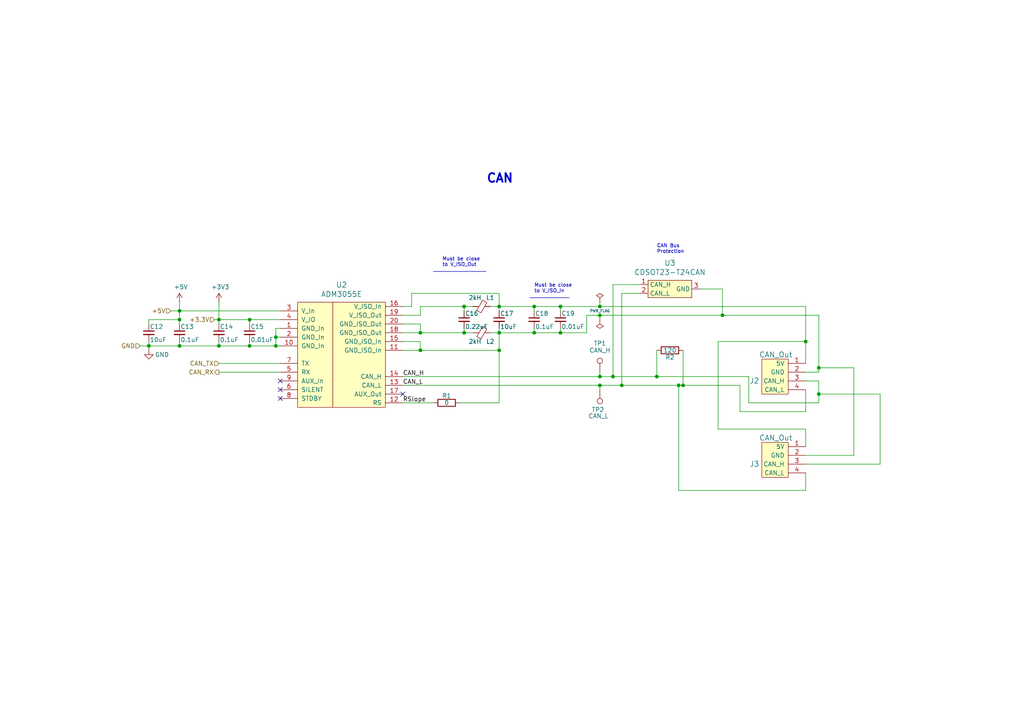
<source format=kicad_sch>
(kicad_sch (version 20230121) (generator eeschema)
  (paper "A4")
  (lib_symbols
    (symbol "Connector:TestPoint" (pin_numbers hide) (pin_names (offset 0.762) hide)
      (property "Reference" "TP" (at 0 6.858 0))
      (property "Value" "TestPoint" (at 0 5.08 0))
      (symbol "TestPoint_0_1"
        (circle (center 0 3.302) (radius 0.762))
      )
      (symbol "TestPoint_1_1"
        (pin passive line (at 0 0 90) (length 2.54) (name "1") (number "1"))
      )
    )
    (symbol "Device:C_Small" (pin_numbers hide) (pin_names (offset 0.254) hide)
      (property "Reference" "C" (at 0.254 1.778 0))
      (property "Value" "C_Small" (at 0.254 -2.032 0))
      (symbol "C_Small_0_1"
        (polyline (pts (xy -1.524 -0.508) (xy 1.524 -0.508)) (stroke (width 0.3302)))
        (polyline (pts (xy -1.524 0.508) (xy 1.524 0.508)) (stroke (width 0.3048)))
      )
      (symbol "C_Small_1_1"
        (pin passive line (at 0 2.54 270) (length 2.032) (name "~") (number "1"))
        (pin passive line (at 0 -2.54 90) (length 2.032) (name "~") (number "2"))
      )
    )
    (symbol "Device:R" (pin_numbers hide) (pin_names (offset 0))
      (property "Reference" "R" (at 2.032 0 90))
      (property "Value" "R" (at 0 0 90))
      (symbol "R_0_1"
        (rectangle (start -1.016 -2.54) (end 1.016 2.54) (stroke (width 0.254)))
      )
      (symbol "R_1_1"
        (pin passive line (at 0 3.81 270) (length 1.27) (name "~") (number "1"))
        (pin passive line (at 0 -3.81 90) (length 1.27) (name "~") (number "2"))
      )
    )
    (symbol "Power-SupplementalMonitoringPCB-rescue:+3.3V-power" (power) (pin_names (offset 0))
      (property "Value" "+3.3V-power" (at 0 3.556 0))
      (symbol "+3.3V-power_0_1"
        (polyline (pts (xy -0.762 1.27) (xy 0 2.54)))
        (polyline (pts (xy 0 0) (xy 0 2.54)))
        (polyline (pts (xy 0 2.54) (xy 0.762 1.27)))
      )
      (symbol "+3.3V-power_1_1"
        (pin power_in line (at 0 0 90) (length 0) hide (name "+3V3") (number "1"))
      )
    )
    (symbol "Power-SupplementalMonitoringPCB-rescue:ADM3055E-utsvt-chips" (pin_names (offset 1.016))
      (property "Reference" "U" (at 0 16.51 0))
      (property "Value" "utsvt-chips_ADM3055E" (at 5.08 -2.54 0))
      (symbol "ADM3055E-utsvt-chips_0_1"
        (rectangle (start -12.7 15.24) (end 12.7 -15.24) (fill (type background)))
        (polyline (pts (xy -2.54 15.24) (xy -2.54 -15.24)))
      )
      (symbol "ADM3055E-utsvt-chips_1_1"
        (pin power_in line (at -17.78 7.62 0) (length 5.08) (name "GND_In") (number "1"))
        (pin power_in line (at -17.78 2.54 0) (length 5.08) (name "GND_In") (number "10"))
        (pin power_in line (at 17.78 1.27 180) (length 5.08) (name "GND_ISO_In") (number "11"))
        (pin input line (at 17.78 -13.97 180) (length 5.08) (name "RS") (number "12"))
        (pin bidirectional line (at 17.78 -8.89 180) (length 5.08) (name "CAN_L") (number "13"))
        (pin bidirectional line (at 17.78 -6.35 180) (length 5.08) (name "CAN_H") (number "14"))
        (pin power_in line (at 17.78 3.81 180) (length 5.08) (name "GND_ISO_In") (number "15"))
        (pin power_in line (at 17.78 13.97 180) (length 5.08) (name "V_ISO_In") (number "16"))
        (pin output line (at 17.78 -11.43 180) (length 5.08) (name "AUX_Out") (number "17"))
        (pin power_out line (at 17.78 6.35 180) (length 5.08) (name "GND_ISO_Out") (number "18"))
        (pin power_out line (at 17.78 11.43 180) (length 5.08) (name "V_ISO_Out") (number "19"))
        (pin power_in line (at -17.78 5.08 0) (length 5.08) (name "GND_In") (number "2"))
        (pin power_out line (at 17.78 8.89 180) (length 5.08) (name "GND_ISO_Out") (number "20"))
        (pin power_in line (at -17.78 12.7 0) (length 5.08) (name "V_In") (number "3"))
        (pin power_in line (at -17.78 10.16 0) (length 5.08) (name "V_IO") (number "4"))
        (pin output line (at -17.78 -5.08 0) (length 5.08) (name "RX") (number "5"))
        (pin input line (at -17.78 -10.16 0) (length 5.08) (name "SILENT") (number "6"))
        (pin input line (at -17.78 -2.54 0) (length 5.08) (name "TX") (number "7"))
        (pin input line (at -17.78 -12.7 0) (length 5.08) (name "STDBY") (number "8"))
        (pin input line (at -17.78 -7.62 0) (length 5.08) (name "AUX_In") (number "9"))
      )
    )
    (symbol "Power-SupplementalMonitoringPCB-rescue:CANConnector-utsvt-connectors" (pin_names (offset 1.016))
      (property "Reference" "J" (at 0 -6.35 0))
      (property "Value" "utsvt-connectors_CANConnector" (at 0 6.35 0))
      (symbol "CANConnector-utsvt-connectors_0_1"
        (rectangle (start 3.81 5.08) (end -3.81 -5.08) (fill (type background)))
      )
      (symbol "CANConnector-utsvt-connectors_1_1"
        (pin power_in line (at 8.89 3.81 180) (length 5.08) (name "5V") (number "1"))
        (pin power_in line (at 8.89 1.27 180) (length 5.08) (name "GND") (number "2"))
        (pin bidirectional line (at 8.89 -1.27 180) (length 5.08) (name "CAN_H") (number "3"))
        (pin bidirectional line (at 8.89 -3.81 180) (length 5.08) (name "CAN_L") (number "4"))
      )
    )
    (symbol "Power-SupplementalMonitoringPCB-rescue:CDSOT23-T24CAN-utsvt-chips"
      (property "Reference" "U" (at 0 -3.81 0))
      (property "Value" "utsvt-chips_CDSOT23-T24CAN" (at 0 3.81 0))
      (symbol "CDSOT23-T24CAN-utsvt-chips_0_1"
        (rectangle (start 6.35 2.54) (end -6.35 -2.54) (fill (type background)))
      )
      (symbol "CDSOT23-T24CAN-utsvt-chips_1_1"
        (pin passive line (at -8.89 1.27 0) (length 2.54) (name "CAN_H") (number "1"))
        (pin passive line (at -8.89 -1.27 0) (length 2.54) (name "CAN_L") (number "2"))
        (pin passive line (at 8.89 0 180) (length 2.54) (name "GND") (number "3"))
      )
    )
    (symbol "Power-SupplementalMonitoringPCB-rescue:Ferrite_Bead_Small-Device" (pin_numbers hide) (pin_names (offset 0))
      (property "Reference" "FB" (at 1.905 1.27 0))
      (property "Value" "Device_Ferrite_Bead_Small" (at 1.905 -1.27 0))
      (symbol "Ferrite_Bead_Small-Device_0_1"
        (polyline (pts (xy 0 -1.27) (xy 0 -0.7874)))
        (polyline (pts (xy 0 0.889) (xy 0 1.2954)))
        (polyline (pts (xy -1.8288 0.2794) (xy -1.1176 1.4986) (xy 1.8288 -0.2032) (xy 1.1176 -1.4224) (xy -1.8288 0.2794)))
      )
      (symbol "Ferrite_Bead_Small-Device_1_1"
        (pin passive line (at 0 2.54 270) (length 1.27) (name "~") (number "1"))
        (pin passive line (at 0 -2.54 90) (length 1.27) (name "~") (number "2"))
      )
    )
    (symbol "power:+5V" (power) (pin_names (offset 0))
      (property "Value" "+5V" (at 0 3.556 0))
      (symbol "+5V_0_1"
        (polyline (pts (xy -0.762 1.27) (xy 0 2.54)))
        (polyline (pts (xy 0 0) (xy 0 2.54)))
        (polyline (pts (xy 0 2.54) (xy 0.762 1.27)))
      )
      (symbol "+5V_1_1"
        (pin power_in line (at 0 0 90) (length 0) hide (name "+5V") (number "1"))
      )
    )
    (symbol "power:GND" (power) (pin_names (offset 0))
      (property "Value" "GND" (at 0 -3.81 0))
      (symbol "GND_0_1"
        (polyline (pts (xy 0 0) (xy 0 -1.27) (xy 1.27 -1.27) (xy 0 -2.54) (xy -1.27 -1.27) (xy 0 -1.27)))
      )
      (symbol "GND_1_1"
        (pin power_in line (at 0 0 270) (length 0) hide (name "GND") (number "1"))
      )
    )
    (symbol "power:PWR_FLAG" (power) (pin_numbers hide) (pin_names (offset 0) hide)
      (property "Value" "PWR_FLAG" (at 0 3.81 0))
      (symbol "PWR_FLAG_0_0"
        (pin power_out line (at 0 0 90) (length 0) (name "pwr") (number "1"))
      )
      (symbol "PWR_FLAG_0_1"
        (polyline (pts (xy 0 0) (xy 0 1.27) (xy -1.016 1.905) (xy 0 2.54) (xy 1.016 1.905) (xy 0 1.27)))
      )
    )
  )
  (junction (at 190.5 109.22))
  (junction (at 80.01 97.79))
  (junction (at 237.49 106.68))
  (junction (at 144.78 88.9))
  (junction (at 72.39 100.33))
  (junction (at 144.78 101.6))
  (junction (at 180.34 111.76))
  (junction (at 196.85 111.76))
  (junction (at 63.5 100.33))
  (junction (at 144.78 96.52))
  (junction (at 162.56 96.52))
  (junction (at 134.62 88.9))
  (junction (at 237.49 114.3))
  (junction (at 121.92 96.52))
  (junction (at 173.99 111.76))
  (junction (at 52.07 90.17))
  (junction (at 154.94 96.52))
  (junction (at 154.94 88.9))
  (junction (at 173.99 109.22))
  (junction (at 52.07 100.33))
  (junction (at 52.07 92.71))
  (junction (at 173.99 91.44))
  (junction (at 173.99 88.9))
  (junction (at 63.5 92.71))
  (junction (at 177.8 109.22))
  (junction (at 233.68 99.06))
  (junction (at 72.39 92.71))
  (junction (at 162.56 88.9))
  (junction (at 134.62 96.52))
  (junction (at 43.18 100.33))
  (junction (at 80.01 100.33))
  (junction (at 198.12 111.76))
  (junction (at 121.92 101.6))
  (junction (at 209.55 91.44))
  (no_connect (at 81.28 115.57))
  (no_connect (at 116.84 114.3))
  (no_connect (at 81.28 110.49))
  (no_connect (at 81.28 113.03))
  (wire (pts (xy 173.99 111.76) (xy 180.34 111.76)))
  (wire (pts (xy 144.78 96.52) (xy 144.78 101.6)))
  (wire (pts (xy 237.49 114.3) (xy 237.49 110.49)))
  (wire (pts (xy 208.28 99.06) (xy 208.28 124.46)))
  (wire (pts (xy 214.63 111.76) (xy 214.63 119.38)))
  (wire (pts (xy 63.5 93.98) (xy 63.5 92.71)))
  (wire (pts (xy 52.07 90.17) (xy 52.07 92.71)))
  (wire (pts (xy 162.56 95.25) (xy 162.56 96.52)))
  (wire (pts (xy 121.92 88.9) (xy 134.62 88.9)))
  (wire (pts (xy 208.28 124.46) (xy 233.68 124.46)))
  (wire (pts (xy 173.99 88.9) (xy 233.68 88.9)))
  (wire (pts (xy 237.49 116.84) (xy 237.49 114.3)))
  (wire (pts (xy 214.63 119.38) (xy 233.68 119.38)))
  (wire (pts (xy 217.17 109.22) (xy 217.17 116.84)))
  (wire (pts (xy 116.84 111.76) (xy 173.99 111.76)))
  (wire (pts (xy 134.62 96.52) (xy 137.16 96.52)))
  (wire (pts (xy 72.39 92.71) (xy 72.39 93.98)))
  (wire (pts (xy 80.01 100.33) (xy 81.28 100.33)))
  (wire (pts (xy 144.78 95.25) (xy 144.78 96.52)))
  (wire (pts (xy 49.53 90.17) (xy 52.07 90.17)))
  (wire (pts (xy 255.27 134.62) (xy 233.68 134.62)))
  (wire (pts (xy 177.8 109.22) (xy 190.5 109.22)))
  (wire (pts (xy 190.5 109.22) (xy 217.17 109.22)))
  (wire (pts (xy 203.2 83.82) (xy 209.55 83.82)))
  (wire (pts (xy 180.34 111.76) (xy 196.85 111.76)))
  (wire (pts (xy 80.01 97.79) (xy 80.01 100.33)))
  (wire (pts (xy 134.62 96.52) (xy 134.62 95.25)))
  (wire (pts (xy 43.18 100.33) (xy 52.07 100.33)))
  (wire (pts (xy 198.12 101.6) (xy 198.12 111.76)))
  (wire (pts (xy 173.99 91.44) (xy 209.55 91.44)))
  (wire (pts (xy 121.92 101.6) (xy 144.78 101.6)))
  (polyline (pts (xy 153.67 86.36) (xy 165.1 86.36)))
  (wire (pts (xy 72.39 100.33) (xy 80.01 100.33)))
  (wire (pts (xy 196.85 111.76) (xy 196.85 142.24)))
  (wire (pts (xy 237.49 106.68) (xy 237.49 107.95)))
  (wire (pts (xy 52.07 90.17) (xy 81.28 90.17)))
  (wire (pts (xy 185.42 85.09) (xy 180.34 85.09)))
  (wire (pts (xy 119.38 88.9) (xy 116.84 88.9)))
  (wire (pts (xy 217.17 116.84) (xy 237.49 116.84)))
  (wire (pts (xy 63.5 105.41) (xy 81.28 105.41)))
  (wire (pts (xy 134.62 90.17) (xy 134.62 88.9)))
  (wire (pts (xy 63.5 100.33) (xy 72.39 100.33)))
  (wire (pts (xy 80.01 97.79) (xy 81.28 97.79)))
  (wire (pts (xy 173.99 109.22) (xy 177.8 109.22)))
  (wire (pts (xy 142.24 96.52) (xy 144.78 96.52)))
  (wire (pts (xy 233.68 142.24) (xy 233.68 137.16)))
  (wire (pts (xy 121.92 99.06) (xy 116.84 99.06)))
  (wire (pts (xy 119.38 85.09) (xy 119.38 88.9)))
  (wire (pts (xy 237.49 107.95) (xy 233.68 107.95)))
  (wire (pts (xy 162.56 96.52) (xy 170.18 96.52)))
  (wire (pts (xy 144.78 88.9) (xy 144.78 90.17)))
  (wire (pts (xy 198.12 111.76) (xy 214.63 111.76)))
  (wire (pts (xy 209.55 83.82) (xy 209.55 91.44)))
  (wire (pts (xy 63.5 99.06) (xy 63.5 100.33)))
  (wire (pts (xy 144.78 85.09) (xy 144.78 88.9)))
  (wire (pts (xy 144.78 96.52) (xy 154.94 96.52)))
  (wire (pts (xy 173.99 107.95) (xy 173.99 109.22)))
  (wire (pts (xy 233.68 99.06) (xy 233.68 105.41)))
  (wire (pts (xy 233.68 124.46) (xy 233.68 129.54)))
  (wire (pts (xy 116.84 109.22) (xy 173.99 109.22)))
  (wire (pts (xy 121.92 88.9) (xy 121.92 91.44)))
  (wire (pts (xy 119.38 85.09) (xy 144.78 85.09)))
  (wire (pts (xy 72.39 100.33) (xy 72.39 99.06)))
  (wire (pts (xy 116.84 96.52) (xy 121.92 96.52)))
  (wire (pts (xy 247.65 132.08) (xy 233.68 132.08)))
  (wire (pts (xy 255.27 114.3) (xy 255.27 134.62)))
  (wire (pts (xy 121.92 91.44) (xy 116.84 91.44)))
  (wire (pts (xy 173.99 113.03) (xy 173.99 111.76)))
  (wire (pts (xy 142.24 88.9) (xy 144.78 88.9)))
  (wire (pts (xy 190.5 101.6) (xy 190.5 109.22)))
  (wire (pts (xy 52.07 92.71) (xy 52.07 93.98)))
  (wire (pts (xy 43.18 101.6) (xy 43.18 100.33)))
  (wire (pts (xy 121.92 93.98) (xy 116.84 93.98)))
  (wire (pts (xy 185.42 82.55) (xy 177.8 82.55)))
  (wire (pts (xy 52.07 99.06) (xy 52.07 100.33)))
  (wire (pts (xy 121.92 93.98) (xy 121.92 96.52)))
  (wire (pts (xy 237.49 106.68) (xy 247.65 106.68)))
  (wire (pts (xy 247.65 106.68) (xy 247.65 132.08)))
  (wire (pts (xy 62.23 92.71) (xy 63.5 92.71)))
  (wire (pts (xy 237.49 91.44) (xy 237.49 106.68)))
  (wire (pts (xy 177.8 82.55) (xy 177.8 109.22)))
  (wire (pts (xy 154.94 96.52) (xy 162.56 96.52)))
  (wire (pts (xy 180.34 85.09) (xy 180.34 111.76)))
  (wire (pts (xy 121.92 96.52) (xy 134.62 96.52)))
  (wire (pts (xy 125.73 116.84) (xy 116.84 116.84)))
  (wire (pts (xy 154.94 88.9) (xy 162.56 88.9)))
  (wire (pts (xy 162.56 90.17) (xy 162.56 88.9)))
  (wire (pts (xy 43.18 92.71) (xy 43.18 93.98)))
  (wire (pts (xy 144.78 116.84) (xy 144.78 101.6)))
  (wire (pts (xy 154.94 90.17) (xy 154.94 88.9)))
  (wire (pts (xy 233.68 119.38) (xy 233.68 113.03)))
  (wire (pts (xy 72.39 92.71) (xy 81.28 92.71)))
  (wire (pts (xy 196.85 111.76) (xy 198.12 111.76)))
  (wire (pts (xy 63.5 107.95) (xy 81.28 107.95)))
  (wire (pts (xy 173.99 92.71) (xy 173.99 91.44)))
  (polyline (pts (xy 125.73 78.74) (xy 140.97 78.74)))
  (wire (pts (xy 43.18 92.71) (xy 52.07 92.71)))
  (wire (pts (xy 121.92 99.06) (xy 121.92 101.6)))
  (wire (pts (xy 134.62 88.9) (xy 137.16 88.9)))
  (wire (pts (xy 116.84 101.6) (xy 121.92 101.6)))
  (wire (pts (xy 233.68 88.9) (xy 233.68 99.06)))
  (wire (pts (xy 196.85 142.24) (xy 233.68 142.24)))
  (wire (pts (xy 237.49 110.49) (xy 233.68 110.49)))
  (wire (pts (xy 237.49 114.3) (xy 255.27 114.3)))
  (wire (pts (xy 63.5 92.71) (xy 72.39 92.71)))
  (wire (pts (xy 209.55 91.44) (xy 237.49 91.44)))
  (wire (pts (xy 154.94 95.25) (xy 154.94 96.52)))
  (wire (pts (xy 63.5 87.63) (xy 63.5 92.71)))
  (wire (pts (xy 144.78 88.9) (xy 154.94 88.9)))
  (wire (pts (xy 52.07 100.33) (xy 63.5 100.33)))
  (wire (pts (xy 233.68 99.06) (xy 208.28 99.06)))
  (wire (pts (xy 170.18 96.52) (xy 170.18 91.44)))
  (wire (pts (xy 52.07 87.63) (xy 52.07 90.17)))
  (wire (pts (xy 43.18 100.33) (xy 43.18 99.06)))
  (wire (pts (xy 162.56 88.9) (xy 173.99 88.9)))
  (wire (pts (xy 133.35 116.84) (xy 144.78 116.84)))
  (wire (pts (xy 173.99 88.9) (xy 173.99 87.63)))
  (wire (pts (xy 80.01 95.25) (xy 80.01 97.79)))
  (wire (pts (xy 170.18 91.44) (xy 173.99 91.44)))
  (wire (pts (xy 40.64 100.33) (xy 43.18 100.33)))
  (wire (pts (xy 81.28 95.25) (xy 80.01 95.25)))
  (text "Must be close\nto V_ISO_In" (at 154.94 85.09 0) (effects (font (size 1.016 1.016)) (justify left bottom)))
  (text "Must be close\nto V_ISO_Out" (at 128.27 77.47 0) (effects (font (size 1.016 1.016)) (justify left bottom)))
  (text "CAN Bus\nProtection" (at 190.5 73.66 0) (effects (font (size 1.016 1.016)) (justify left bottom)))
  (text "CAN" (at 140.97 53.34 0) (effects (font (size 2.54 2.54) (thickness 0.508) bold) (justify left bottom)))
  (label "CAN_H" (at 116.84 109.22 0))
  (label "RSlope" (at 116.84 116.84 0))
  (label "CAN_L" (at 116.84 111.76 0))
  (hierarchical_label "+5V" (shape input) (at 49.53 90.17 180))
  (hierarchical_label "+3.3V" (shape input) (at 62.23 92.71 180))
  (hierarchical_label "CAN_RX" (shape output) (at 63.5 107.95 180))
  (hierarchical_label "GND" (shape input) (at 40.64 100.33 180))
  (hierarchical_label "CAN_TX" (shape input) (at 63.5 105.41 180))
  (symbol (lib_id "power:GND") (at 43.18 101.6 0) (unit 1)
    (property "Reference" "#PWR022" (effects hide))
    (property "Value" "GND" (at 46.99 102.87 0))
  )
  (symbol (lib_id "Device:R") (at 194.31 101.6 270) (unit 1)
    (property "Reference" "R2" (at 194.31 103.632 90))
    (property "Value" "120" (at 194.31 101.6 90))
    (property "Footprint" "Resistor_SMD:R_0805_2012Metric" (effects hide))
  )
  (symbol (lib_id "Device:C_Small") (at 43.18 96.52 0) (unit 1)
    (property "Reference" "C12" (at 43.434 94.742 0) (effects (justify left)))
    (property "Value" "10uF" (at 43.434 98.552 0) (effects (justify left)))
    (property "Footprint" "Capacitor_SMD:C_0805_2012Metric" (effects hide))
  )
  (symbol (lib_id "Device:C_Small") (at 52.07 96.52 0) (unit 1)
    (property "Reference" "C13" (at 52.324 94.742 0) (effects (justify left)))
    (property "Value" "0.1uF" (at 52.324 98.552 0) (effects (justify left)))
    (property "Footprint" "Capacitor_SMD:C_0805_2012Metric" (effects hide))
  )
  (symbol (lib_id "Device:C_Small") (at 63.5 96.52 0) (unit 1)
    (property "Reference" "C14" (at 63.754 94.742 0) (effects (justify left)))
    (property "Value" "0.1uF" (at 63.754 98.552 0) (effects (justify left)))
    (property "Footprint" "Capacitor_SMD:C_0805_2012Metric" (effects hide))
  )
  (symbol (lib_id "Device:C_Small") (at 72.39 96.52 0) (unit 1)
    (property "Reference" "C15" (at 72.644 94.742 0) (effects (justify left)))
    (property "Value" "0.01uF" (at 72.644 98.552 0) (effects (justify left)))
    (property "Footprint" "Capacitor_SMD:C_0805_2012Metric" (effects hide))
  )
  (symbol (lib_id "Device:C_Small") (at 144.78 92.71 0) (unit 1)
    (property "Reference" "C17" (at 145.034 90.932 0) (effects (justify left)))
    (property "Value" "10uF" (at 145.034 94.742 0) (effects (justify left)))
    (property "Footprint" "Capacitor_SMD:C_0805_2012Metric" (effects hide))
  )
  (symbol (lib_id "Device:C_Small") (at 134.62 92.71 0) (unit 1)
    (property "Reference" "C16" (at 134.874 90.932 0) (effects (justify left)))
    (property "Value" "0.22uF" (at 134.874 94.742 0) (effects (justify left)))
    (property "Footprint" "Capacitor_SMD:C_0805_2012Metric" (effects hide))
  )
  (symbol (lib_id "Power-SupplementalMonitoringPCB-rescue:Ferrite_Bead_Small-Device") (at 139.7 88.9 270) (unit 1)
    (property "Reference" "L1" (at 140.97 86.36 90) (effects (justify left)))
    (property "Value" "2kH" (at 135.89 86.36 90) (effects (justify left)))
    (property "Footprint" "Inductor_SMD:L_0805_2012Metric" (effects hide))
  )
  (symbol (lib_id "Power-SupplementalMonitoringPCB-rescue:Ferrite_Bead_Small-Device") (at 139.7 96.52 270) (unit 1)
    (property "Reference" "L2" (at 140.97 99.06 90) (effects (justify left)))
    (property "Value" "2kH" (at 135.89 99.06 90) (effects (justify left)))
    (property "Footprint" "Inductor_SMD:L_0805_2012Metric" (effects hide))
  )
  (symbol (lib_id "Device:C_Small") (at 154.94 92.71 0) (unit 1)
    (property "Reference" "C18" (at 155.194 90.932 0) (effects (justify left)))
    (property "Value" "0.1uF" (at 155.194 94.742 0) (effects (justify left)))
    (property "Footprint" "Capacitor_SMD:C_0805_2012Metric" (effects hide))
  )
  (symbol (lib_id "Device:C_Small") (at 162.56 92.71 0) (unit 1)
    (property "Reference" "C19" (at 162.814 90.932 0) (effects (justify left)))
    (property "Value" "0.01uF" (at 162.814 94.742 0) (effects (justify left)))
    (property "Footprint" "Capacitor_SMD:C_0805_2012Metric" (effects hide))
  )
  (symbol (lib_id "power:PWR_FLAG") (at 173.99 87.63 0) (unit 1)
    (property "Reference" "#FLG02" (effects hide))
    (property "Value" "PWR_FLAG" (at 173.99 90.17 0) (effects (font (size 0.762 0.762))))
  )
  (symbol (lib_id "power:PWR_FLAG") (at 173.99 92.71 180) (unit 1)
    (property "Reference" "#FLG03" (effects hide))
    (property "Value" "PWR_FLAG" (effects hide))
  )
  (symbol (lib_id "Connector:TestPoint") (at 173.99 107.95 0) (unit 1)
    (property "Reference" "TP1" (at 173.99 100.33 0) (effects (justify bottom)))
    (property "Value" "CAN_H" (at 173.99 101.6 0))
    (property "Footprint" "TestPoint:TestPoint_Keystone_5005-5009_Compact" (effects hide))
  )
  (symbol (lib_id "Connector:TestPoint") (at 173.99 113.03 180) (unit 1)
    (property "Reference" "TP2" (at 175.26 118.11 0) (effects (justify left bottom)))
    (property "Value" "CAN_L" (at 176.53 120.65 0) (effects (justify left)))
    (property "Footprint" "TestPoint:TestPoint_Keystone_5005-5009_Compact" (effects hide))
  )
  (symbol (lib_id "Device:R") (at 129.54 116.84 90) (unit 1)
    (property "Reference" "R1" (at 129.54 114.808 90))
    (property "Value" "0" (at 129.54 116.84 90))
    (property "Footprint" "Resistor_SMD:R_0805_2012Metric" (effects hide))
  )
  (symbol (lib_id "Power-SupplementalMonitoringPCB-rescue:+3.3V-power") (at 63.5 87.63 0) (unit 1)
    (property "Reference" "#PWR024" (effects hide))
    (property "Value" "+3.3V" (at 63.881 83.2358 0))
  )
  (symbol (lib_id "power:+5V") (at 52.07 87.63 0) (unit 1)
    (property "Reference" "#PWR023" (effects hide))
    (property "Value" "+5V" (at 52.451 83.2358 0))
  )
  (symbol (lib_id "Power-SupplementalMonitoringPCB-rescue:ADM3055E-utsvt-chips") (at 99.06 102.87 0) (unit 1)
    (property "Reference" "U2" (at 99.06 82.6262 0) (effects (font (size 1.524 1.524))))
    (property "Value" "ADM3055E" (at 99.06 85.3186 0) (effects (font (size 1.524 1.524))))
    (property "Footprint" "UTSVT_ICs:SOIC-20W_7.5x15.4mm_Pitch1.27mm" (effects hide))
  )
  (symbol (lib_id "Power-SupplementalMonitoringPCB-rescue:CDSOT23-T24CAN-utsvt-chips") (at 194.31 83.82 0) (unit 1)
    (property "Reference" "U3" (at 194.31 76.2762 0) (effects (font (size 1.524 1.524))))
    (property "Value" "CDSOT23-T24CAN" (at 194.31 78.9686 0) (effects (font (size 1.524 1.524))))
    (property "Footprint" "Package_TO_SOT_SMD:SOT-23W" (effects hide))
  )
  (symbol (lib_id "Power-SupplementalMonitoringPCB-rescue:CANConnector-utsvt-connectors") (at 224.79 109.22 0) (unit 1)
    (property "Reference" "J2" (at 220.2688 110.4392 0) (effects (font (size 1.524 1.524)) (justify right)))
    (property "Value" "CAN_Out" (at 229.87 102.87 0) (effects (font (size 1.524 1.524)) (justify right)))
    (property "Footprint" "UTSVT_Connectors:Molex_MicroFit3.0_1x4xP3.00mm_PolarizingPeg_Vertical" (effects hide))
  )
  (symbol (lib_id "Power-SupplementalMonitoringPCB-rescue:CANConnector-utsvt-connectors") (at 224.79 133.35 0) (unit 1)
    (property "Reference" "J3" (at 220.2688 134.5692 0) (effects (font (size 1.524 1.524)) (justify right)))
    (property "Value" "CAN_Out" (at 229.87 127 0) (effects (font (size 1.524 1.524)) (justify right)))
    (property "Footprint" "UTSVT_Connectors:Molex_MicroFit3.0_1x4xP3.00mm_PolarizingPeg_Vertical" (effects hide))
  )
)
</source>
